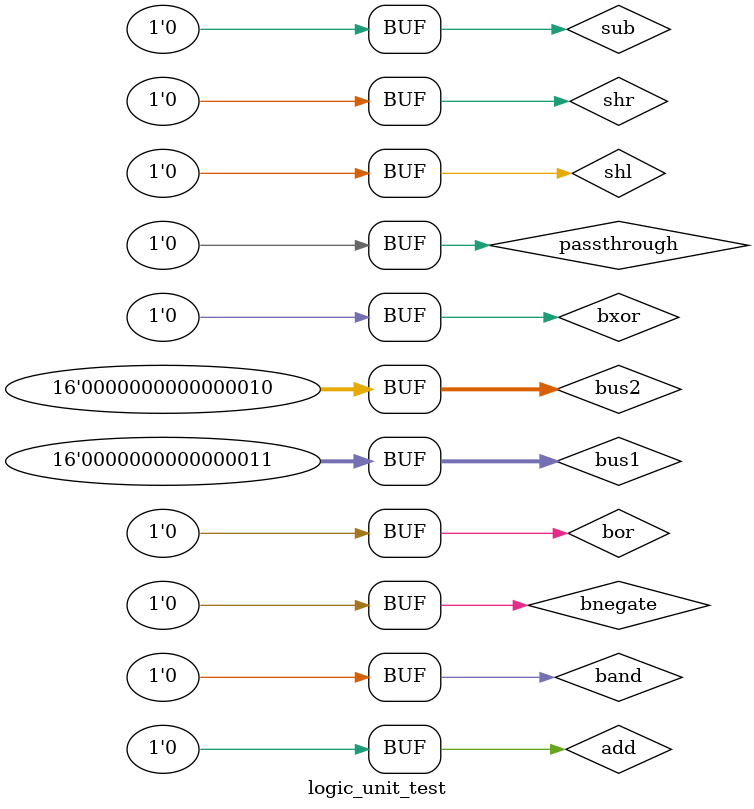
<source format=v>
`timescale 1ns / 1ps


module logic_unit_test;

	// Inputs
	reg passthrough;
	reg add;
	reg sub;
	reg shr;
	reg shl;
	reg band;
	reg bor;
	reg bxor;
	reg bnegate;
	reg [15:0] bus1;
	reg [15:0] bus2;

	// Outputs
	wire [15:0] bus3;

	// Instantiate the Unit Under Test (UUT)
	logic_unit uut (
		.passthrough(passthrough), 
		.add(add), 
		.sub(sub), 
		.shr(shr), 
		.shl(shl), 
		.band(band), 
		.bor(bor), 
		.bxor(bxor), 
		.bnegate(bnegate), 
		
		.bus1(bus1), 
		.bus2(bus2), 
		.bus3(bus3)
	);

	initial begin
		// Initialize Inputs
		passthrough = 0;
		add = 0;
		sub = 0;
		shr = 0;
		shl = 0;
		band = 0;
		bor = 0;
		bxor = 0;
		bnegate = 0;
		bus1 = 3;
		bus2 = 2;

		// Wait 100 ns for global reset to finish
		#100;
      
		// Add stimulus here

		if (bus3 != 16'bz) $display("Bus not expected.");
		
		passthrough = 1;
		#1;
		if (bus3 != 3) $display("Bus not expected.");
		passthrough = 0;
		
		add = 1;
		#1;
		if (bus3 != 5) $display("Bus not expected.");
		add = 0;
		
		sub = 1;
		#1;
		if (bus3 != 1) $display("Bus not expected.");
		sub = 0;
		
		$display("Test successful if no messages.");
	end
      
endmodule


</source>
